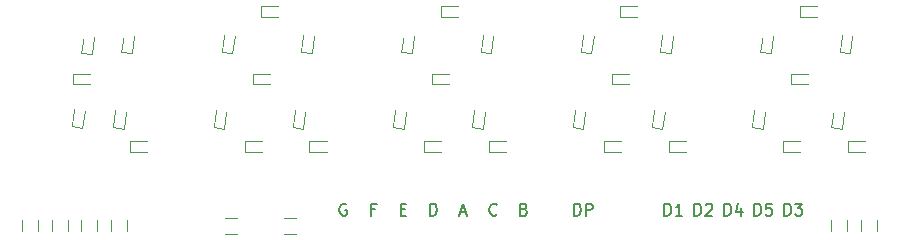
<source format=gbr>
%TF.GenerationSoftware,KiCad,Pcbnew,(5.1.7)-1*%
%TF.CreationDate,2021-08-17T00:51:46+02:00*%
%TF.ProjectId,saba_az553,73616261-5f61-47a3-9535-332e6b696361,rev?*%
%TF.SameCoordinates,Original*%
%TF.FileFunction,Legend,Top*%
%TF.FilePolarity,Positive*%
%FSLAX46Y46*%
G04 Gerber Fmt 4.6, Leading zero omitted, Abs format (unit mm)*
G04 Created by KiCad (PCBNEW (5.1.7)-1) date 2021-08-17 00:51:46*
%MOMM*%
%LPD*%
G01*
G04 APERTURE LIST*
%ADD10C,0.150000*%
%ADD11C,0.120000*%
%ADD12R,1.200000X0.900000*%
%ADD13R,0.900000X1.200000*%
%ADD14R,0.600000X0.700000*%
%ADD15C,0.100000*%
%ADD16C,1.900000*%
%ADD17O,1.900000X1.900000*%
G04 APERTURE END LIST*
D10*
X76701904Y-42652380D02*
X76701904Y-41652380D01*
X76940000Y-41652380D01*
X77082857Y-41700000D01*
X77178095Y-41795238D01*
X77225714Y-41890476D01*
X77273333Y-42080952D01*
X77273333Y-42223809D01*
X77225714Y-42414285D01*
X77178095Y-42509523D01*
X77082857Y-42604761D01*
X76940000Y-42652380D01*
X76701904Y-42652380D01*
X78225714Y-42652380D02*
X77654285Y-42652380D01*
X77940000Y-42652380D02*
X77940000Y-41652380D01*
X77844761Y-41795238D01*
X77749523Y-41890476D01*
X77654285Y-41938095D01*
X79241904Y-42652380D02*
X79241904Y-41652380D01*
X79480000Y-41652380D01*
X79622857Y-41700000D01*
X79718095Y-41795238D01*
X79765714Y-41890476D01*
X79813333Y-42080952D01*
X79813333Y-42223809D01*
X79765714Y-42414285D01*
X79718095Y-42509523D01*
X79622857Y-42604761D01*
X79480000Y-42652380D01*
X79241904Y-42652380D01*
X80194285Y-41747619D02*
X80241904Y-41700000D01*
X80337142Y-41652380D01*
X80575238Y-41652380D01*
X80670476Y-41700000D01*
X80718095Y-41747619D01*
X80765714Y-41842857D01*
X80765714Y-41938095D01*
X80718095Y-42080952D01*
X80146666Y-42652380D01*
X80765714Y-42652380D01*
X81781904Y-42652380D02*
X81781904Y-41652380D01*
X82020000Y-41652380D01*
X82162857Y-41700000D01*
X82258095Y-41795238D01*
X82305714Y-41890476D01*
X82353333Y-42080952D01*
X82353333Y-42223809D01*
X82305714Y-42414285D01*
X82258095Y-42509523D01*
X82162857Y-42604761D01*
X82020000Y-42652380D01*
X81781904Y-42652380D01*
X83210476Y-41985714D02*
X83210476Y-42652380D01*
X82972380Y-41604761D02*
X82734285Y-42319047D01*
X83353333Y-42319047D01*
X84321904Y-42652380D02*
X84321904Y-41652380D01*
X84560000Y-41652380D01*
X84702857Y-41700000D01*
X84798095Y-41795238D01*
X84845714Y-41890476D01*
X84893333Y-42080952D01*
X84893333Y-42223809D01*
X84845714Y-42414285D01*
X84798095Y-42509523D01*
X84702857Y-42604761D01*
X84560000Y-42652380D01*
X84321904Y-42652380D01*
X85798095Y-41652380D02*
X85321904Y-41652380D01*
X85274285Y-42128571D01*
X85321904Y-42080952D01*
X85417142Y-42033333D01*
X85655238Y-42033333D01*
X85750476Y-42080952D01*
X85798095Y-42128571D01*
X85845714Y-42223809D01*
X85845714Y-42461904D01*
X85798095Y-42557142D01*
X85750476Y-42604761D01*
X85655238Y-42652380D01*
X85417142Y-42652380D01*
X85321904Y-42604761D01*
X85274285Y-42557142D01*
X86861904Y-42652380D02*
X86861904Y-41652380D01*
X87100000Y-41652380D01*
X87242857Y-41700000D01*
X87338095Y-41795238D01*
X87385714Y-41890476D01*
X87433333Y-42080952D01*
X87433333Y-42223809D01*
X87385714Y-42414285D01*
X87338095Y-42509523D01*
X87242857Y-42604761D01*
X87100000Y-42652380D01*
X86861904Y-42652380D01*
X87766666Y-41652380D02*
X88385714Y-41652380D01*
X88052380Y-42033333D01*
X88195238Y-42033333D01*
X88290476Y-42080952D01*
X88338095Y-42128571D01*
X88385714Y-42223809D01*
X88385714Y-42461904D01*
X88338095Y-42557142D01*
X88290476Y-42604761D01*
X88195238Y-42652380D01*
X87909523Y-42652380D01*
X87814285Y-42604761D01*
X87766666Y-42557142D01*
X69058095Y-42652380D02*
X69058095Y-41652380D01*
X69296190Y-41652380D01*
X69439047Y-41700000D01*
X69534285Y-41795238D01*
X69581904Y-41890476D01*
X69629523Y-42080952D01*
X69629523Y-42223809D01*
X69581904Y-42414285D01*
X69534285Y-42509523D01*
X69439047Y-42604761D01*
X69296190Y-42652380D01*
X69058095Y-42652380D01*
X70058095Y-42652380D02*
X70058095Y-41652380D01*
X70439047Y-41652380D01*
X70534285Y-41700000D01*
X70581904Y-41747619D01*
X70629523Y-41842857D01*
X70629523Y-41985714D01*
X70581904Y-42080952D01*
X70534285Y-42128571D01*
X70439047Y-42176190D01*
X70058095Y-42176190D01*
X64811428Y-42128571D02*
X64954285Y-42176190D01*
X65001904Y-42223809D01*
X65049523Y-42319047D01*
X65049523Y-42461904D01*
X65001904Y-42557142D01*
X64954285Y-42604761D01*
X64859047Y-42652380D01*
X64478095Y-42652380D01*
X64478095Y-41652380D01*
X64811428Y-41652380D01*
X64906666Y-41700000D01*
X64954285Y-41747619D01*
X65001904Y-41842857D01*
X65001904Y-41938095D01*
X64954285Y-42033333D01*
X64906666Y-42080952D01*
X64811428Y-42128571D01*
X64478095Y-42128571D01*
X62509523Y-42557142D02*
X62461904Y-42604761D01*
X62319047Y-42652380D01*
X62223809Y-42652380D01*
X62080952Y-42604761D01*
X61985714Y-42509523D01*
X61938095Y-42414285D01*
X61890476Y-42223809D01*
X61890476Y-42080952D01*
X61938095Y-41890476D01*
X61985714Y-41795238D01*
X62080952Y-41700000D01*
X62223809Y-41652380D01*
X62319047Y-41652380D01*
X62461904Y-41700000D01*
X62509523Y-41747619D01*
X59421904Y-42366666D02*
X59898095Y-42366666D01*
X59326666Y-42652380D02*
X59660000Y-41652380D01*
X59993333Y-42652380D01*
X56858095Y-42652380D02*
X56858095Y-41652380D01*
X57096190Y-41652380D01*
X57239047Y-41700000D01*
X57334285Y-41795238D01*
X57381904Y-41890476D01*
X57429523Y-42080952D01*
X57429523Y-42223809D01*
X57381904Y-42414285D01*
X57334285Y-42509523D01*
X57239047Y-42604761D01*
X57096190Y-42652380D01*
X56858095Y-42652380D01*
X54365714Y-42128571D02*
X54699047Y-42128571D01*
X54841904Y-42652380D02*
X54365714Y-42652380D01*
X54365714Y-41652380D01*
X54841904Y-41652380D01*
X52182857Y-42128571D02*
X51849523Y-42128571D01*
X51849523Y-42652380D02*
X51849523Y-41652380D01*
X52325714Y-41652380D01*
X49761904Y-41700000D02*
X49666666Y-41652380D01*
X49523809Y-41652380D01*
X49380952Y-41700000D01*
X49285714Y-41795238D01*
X49238095Y-41890476D01*
X49190476Y-42080952D01*
X49190476Y-42223809D01*
X49238095Y-42414285D01*
X49285714Y-42509523D01*
X49380952Y-42604761D01*
X49523809Y-42652380D01*
X49619047Y-42652380D01*
X49761904Y-42604761D01*
X49809523Y-42557142D01*
X49809523Y-42223809D01*
X49619047Y-42223809D01*
D11*
%TO.C,R8*%
X39500000Y-42820000D02*
X40500000Y-42820000D01*
X40500000Y-44180000D02*
X39500000Y-44180000D01*
%TO.C,R7*%
X23680000Y-43000000D02*
X23680000Y-44000000D01*
X22320000Y-44000000D02*
X22320000Y-43000000D01*
%TO.C,R6*%
X92180000Y-43000000D02*
X92180000Y-44000000D01*
X90820000Y-44000000D02*
X90820000Y-43000000D01*
%TO.C,R5*%
X94680000Y-43000000D02*
X94680000Y-44000000D01*
X93320000Y-44000000D02*
X93320000Y-43000000D01*
%TO.C,R4*%
X44500000Y-42820000D02*
X45500000Y-42820000D01*
X45500000Y-44180000D02*
X44500000Y-44180000D01*
%TO.C,R3*%
X26180000Y-43000000D02*
X26180000Y-44000000D01*
X24820000Y-44000000D02*
X24820000Y-43000000D01*
%TO.C,R2*%
X28680000Y-43000000D02*
X28680000Y-44000000D01*
X27320000Y-44000000D02*
X27320000Y-43000000D01*
%TO.C,R1*%
X31180000Y-43000000D02*
X31180000Y-44000000D01*
X29820000Y-44000000D02*
X29820000Y-43000000D01*
%TO.C,D38*%
X26650000Y-30650000D02*
X26650000Y-31550000D01*
X26650000Y-31550000D02*
X28100000Y-31550000D01*
X26650000Y-30650000D02*
X28100000Y-30650000D01*
%TO.C,D37*%
X31450000Y-36350000D02*
X31450000Y-37250000D01*
X31450000Y-37250000D02*
X32900000Y-37250000D01*
X31450000Y-36350000D02*
X32900000Y-36350000D01*
%TO.C,D36*%
X26529850Y-35083136D02*
X27422150Y-35200609D01*
X27422150Y-35200609D02*
X27611413Y-33763014D01*
X26529850Y-35083136D02*
X26719113Y-33645541D01*
%TO.C,D35*%
X27329850Y-28883136D02*
X28222150Y-29000609D01*
X28222150Y-29000609D02*
X28411413Y-27563014D01*
X27329850Y-28883136D02*
X27519113Y-27445541D01*
%TO.C,D34*%
X30029850Y-35183136D02*
X30922150Y-35300609D01*
X30922150Y-35300609D02*
X31111413Y-33863014D01*
X30029850Y-35183136D02*
X30219113Y-33745541D01*
%TO.C,D33*%
X46650000Y-36350000D02*
X46650000Y-37250000D01*
X46650000Y-37250000D02*
X48100000Y-37250000D01*
X46650000Y-36350000D02*
X48100000Y-36350000D01*
%TO.C,D32*%
X41150000Y-36350000D02*
X41150000Y-37250000D01*
X41150000Y-37250000D02*
X42600000Y-37250000D01*
X41150000Y-36350000D02*
X42600000Y-36350000D01*
%TO.C,D31*%
X38529850Y-35183136D02*
X39422150Y-35300609D01*
X39422150Y-35300609D02*
X39611413Y-33863014D01*
X38529850Y-35183136D02*
X38719113Y-33745541D01*
%TO.C,D30*%
X45229850Y-35183136D02*
X46122150Y-35300609D01*
X46122150Y-35300609D02*
X46311413Y-33863014D01*
X45229850Y-35183136D02*
X45419113Y-33745541D01*
%TO.C,D29*%
X39229850Y-28783136D02*
X40122150Y-28900609D01*
X40122150Y-28900609D02*
X40311413Y-27463014D01*
X39229850Y-28783136D02*
X39419113Y-27345541D01*
%TO.C,D28*%
X41850000Y-30650000D02*
X41850000Y-31550000D01*
X41850000Y-31550000D02*
X43300000Y-31550000D01*
X41850000Y-30650000D02*
X43300000Y-30650000D01*
%TO.C,D27*%
X45929850Y-28783136D02*
X46822150Y-28900609D01*
X46822150Y-28900609D02*
X47011413Y-27463014D01*
X45929850Y-28783136D02*
X46119113Y-27345541D01*
%TO.C,D26*%
X61850000Y-36350000D02*
X61850000Y-37250000D01*
X61850000Y-37250000D02*
X63300000Y-37250000D01*
X61850000Y-36350000D02*
X63300000Y-36350000D01*
%TO.C,D25*%
X56350000Y-36350000D02*
X56350000Y-37250000D01*
X56350000Y-37250000D02*
X57800000Y-37250000D01*
X56350000Y-36350000D02*
X57800000Y-36350000D01*
%TO.C,D24*%
X53729850Y-35183136D02*
X54622150Y-35300609D01*
X54622150Y-35300609D02*
X54811413Y-33863014D01*
X53729850Y-35183136D02*
X53919113Y-33745541D01*
%TO.C,D23*%
X60429850Y-35183136D02*
X61322150Y-35300609D01*
X61322150Y-35300609D02*
X61511413Y-33863014D01*
X60429850Y-35183136D02*
X60619113Y-33745541D01*
%TO.C,D22*%
X57050000Y-30650000D02*
X57050000Y-31550000D01*
X57050000Y-31550000D02*
X58500000Y-31550000D01*
X57050000Y-30650000D02*
X58500000Y-30650000D01*
%TO.C,D21*%
X54429850Y-28783136D02*
X55322150Y-28900609D01*
X55322150Y-28900609D02*
X55511413Y-27463014D01*
X54429850Y-28783136D02*
X54619113Y-27345541D01*
%TO.C,D20*%
X42550000Y-24950000D02*
X42550000Y-25850000D01*
X42550000Y-25850000D02*
X44000000Y-25850000D01*
X42550000Y-24950000D02*
X44000000Y-24950000D01*
%TO.C,D19*%
X57750000Y-24950000D02*
X57750000Y-25850000D01*
X57750000Y-25850000D02*
X59200000Y-25850000D01*
X57750000Y-24950000D02*
X59200000Y-24950000D01*
%TO.C,D18*%
X61129850Y-28783136D02*
X62022150Y-28900609D01*
X62022150Y-28900609D02*
X62211413Y-27463014D01*
X61129850Y-28783136D02*
X61319113Y-27345541D01*
%TO.C,D17*%
X30729850Y-28783136D02*
X31622150Y-28900609D01*
X31622150Y-28900609D02*
X31811413Y-27463014D01*
X30729850Y-28783136D02*
X30919113Y-27345541D01*
%TO.C,D16*%
X77050000Y-36350000D02*
X77050000Y-37250000D01*
X77050000Y-37250000D02*
X78500000Y-37250000D01*
X77050000Y-36350000D02*
X78500000Y-36350000D01*
%TO.C,D15*%
X71550000Y-36350000D02*
X71550000Y-37250000D01*
X71550000Y-37250000D02*
X73000000Y-37250000D01*
X71550000Y-36350000D02*
X73000000Y-36350000D01*
%TO.C,D14*%
X75629850Y-35183136D02*
X76522150Y-35300609D01*
X76522150Y-35300609D02*
X76711413Y-33863014D01*
X75629850Y-35183136D02*
X75819113Y-33745541D01*
%TO.C,D13*%
X68929850Y-35183136D02*
X69822150Y-35300609D01*
X69822150Y-35300609D02*
X70011413Y-33863014D01*
X68929850Y-35183136D02*
X69119113Y-33745541D01*
%TO.C,D12*%
X72250000Y-30650000D02*
X72250000Y-31550000D01*
X72250000Y-31550000D02*
X73700000Y-31550000D01*
X72250000Y-30650000D02*
X73700000Y-30650000D01*
%TO.C,D11*%
X76329850Y-28783136D02*
X77222150Y-28900609D01*
X77222150Y-28900609D02*
X77411413Y-27463014D01*
X76329850Y-28783136D02*
X76519113Y-27345541D01*
%TO.C,D10*%
X69629850Y-28783136D02*
X70522150Y-28900609D01*
X70522150Y-28900609D02*
X70711413Y-27463014D01*
X69629850Y-28783136D02*
X69819113Y-27345541D01*
%TO.C,D9*%
X72950000Y-24950000D02*
X72950000Y-25850000D01*
X72950000Y-25850000D02*
X74400000Y-25850000D01*
X72950000Y-24950000D02*
X74400000Y-24950000D01*
%TO.C,D8*%
X86750000Y-36350000D02*
X88200000Y-36350000D01*
X86750000Y-37250000D02*
X88200000Y-37250000D01*
X86750000Y-36350000D02*
X86750000Y-37250000D01*
%TO.C,D7*%
X90829850Y-35183136D02*
X91019113Y-33745541D01*
X91722150Y-35300609D02*
X91911413Y-33863014D01*
X90829850Y-35183136D02*
X91722150Y-35300609D01*
%TO.C,D6*%
X92250000Y-36350000D02*
X92250000Y-37250000D01*
X92250000Y-37250000D02*
X93700000Y-37250000D01*
X92250000Y-36350000D02*
X93700000Y-36350000D01*
%TO.C,D5*%
X91529850Y-28783136D02*
X91719113Y-27345541D01*
X92422150Y-28900609D02*
X92611413Y-27463014D01*
X91529850Y-28783136D02*
X92422150Y-28900609D01*
%TO.C,D4*%
X84129850Y-35183136D02*
X84319113Y-33745541D01*
X85022150Y-35300609D02*
X85211413Y-33863014D01*
X84129850Y-35183136D02*
X85022150Y-35300609D01*
%TO.C,D3*%
X87450000Y-30650000D02*
X88900000Y-30650000D01*
X87450000Y-31550000D02*
X88900000Y-31550000D01*
X87450000Y-30650000D02*
X87450000Y-31550000D01*
%TO.C,D2*%
X84829850Y-28783136D02*
X85019113Y-27345541D01*
X85722150Y-28900609D02*
X85911413Y-27463014D01*
X84829850Y-28783136D02*
X85722150Y-28900609D01*
%TO.C,D1*%
X88150000Y-24950000D02*
X89600000Y-24950000D01*
X88150000Y-25850000D02*
X89600000Y-25850000D01*
X88150000Y-24950000D02*
X88150000Y-25850000D01*
%TD*%
%LPC*%
D12*
%TO.C,R8*%
X38900000Y-43500000D03*
X41100000Y-43500000D03*
%TD*%
D13*
%TO.C,R7*%
X23000000Y-42400000D03*
X23000000Y-44600000D03*
%TD*%
%TO.C,R6*%
X91500000Y-42400000D03*
X91500000Y-44600000D03*
%TD*%
%TO.C,R5*%
X94000000Y-42400000D03*
X94000000Y-44600000D03*
%TD*%
D12*
%TO.C,R4*%
X43900000Y-43500000D03*
X46100000Y-43500000D03*
%TD*%
D13*
%TO.C,R3*%
X25500000Y-42400000D03*
X25500000Y-44600000D03*
%TD*%
%TO.C,R2*%
X28000000Y-42400000D03*
X28000000Y-44600000D03*
%TD*%
%TO.C,R1*%
X30500000Y-42400000D03*
X30500000Y-44600000D03*
%TD*%
D14*
%TO.C,D38*%
X28150000Y-31100000D03*
X27050000Y-31100000D03*
%TD*%
%TO.C,D37*%
X32950000Y-36800000D03*
X31850000Y-36800000D03*
%TD*%
D15*
%TO.C,D36*%
G36*
X26863941Y-33311587D02*
G01*
X27557953Y-33402956D01*
X27479637Y-33997823D01*
X26785625Y-33906454D01*
X26863941Y-33311587D01*
G37*
G36*
X26720363Y-34402177D02*
G01*
X27414375Y-34493546D01*
X27336059Y-35088413D01*
X26642047Y-34997044D01*
X26720363Y-34402177D01*
G37*
%TD*%
%TO.C,D35*%
G36*
X27663941Y-27111587D02*
G01*
X28357953Y-27202956D01*
X28279637Y-27797823D01*
X27585625Y-27706454D01*
X27663941Y-27111587D01*
G37*
G36*
X27520363Y-28202177D02*
G01*
X28214375Y-28293546D01*
X28136059Y-28888413D01*
X27442047Y-28797044D01*
X27520363Y-28202177D01*
G37*
%TD*%
%TO.C,D34*%
G36*
X30363941Y-33411587D02*
G01*
X31057953Y-33502956D01*
X30979637Y-34097823D01*
X30285625Y-34006454D01*
X30363941Y-33411587D01*
G37*
G36*
X30220363Y-34502177D02*
G01*
X30914375Y-34593546D01*
X30836059Y-35188413D01*
X30142047Y-35097044D01*
X30220363Y-34502177D01*
G37*
%TD*%
D14*
%TO.C,D33*%
X48150000Y-36800000D03*
X47050000Y-36800000D03*
%TD*%
%TO.C,D32*%
X42650000Y-36800000D03*
X41550000Y-36800000D03*
%TD*%
D15*
%TO.C,D31*%
G36*
X38863941Y-33411587D02*
G01*
X39557953Y-33502956D01*
X39479637Y-34097823D01*
X38785625Y-34006454D01*
X38863941Y-33411587D01*
G37*
G36*
X38720363Y-34502177D02*
G01*
X39414375Y-34593546D01*
X39336059Y-35188413D01*
X38642047Y-35097044D01*
X38720363Y-34502177D01*
G37*
%TD*%
%TO.C,D30*%
G36*
X45563941Y-33411587D02*
G01*
X46257953Y-33502956D01*
X46179637Y-34097823D01*
X45485625Y-34006454D01*
X45563941Y-33411587D01*
G37*
G36*
X45420363Y-34502177D02*
G01*
X46114375Y-34593546D01*
X46036059Y-35188413D01*
X45342047Y-35097044D01*
X45420363Y-34502177D01*
G37*
%TD*%
%TO.C,D29*%
G36*
X39563941Y-27011587D02*
G01*
X40257953Y-27102956D01*
X40179637Y-27697823D01*
X39485625Y-27606454D01*
X39563941Y-27011587D01*
G37*
G36*
X39420363Y-28102177D02*
G01*
X40114375Y-28193546D01*
X40036059Y-28788413D01*
X39342047Y-28697044D01*
X39420363Y-28102177D01*
G37*
%TD*%
D14*
%TO.C,D28*%
X43350000Y-31100000D03*
X42250000Y-31100000D03*
%TD*%
D15*
%TO.C,D27*%
G36*
X46263941Y-27011587D02*
G01*
X46957953Y-27102956D01*
X46879637Y-27697823D01*
X46185625Y-27606454D01*
X46263941Y-27011587D01*
G37*
G36*
X46120363Y-28102177D02*
G01*
X46814375Y-28193546D01*
X46736059Y-28788413D01*
X46042047Y-28697044D01*
X46120363Y-28102177D01*
G37*
%TD*%
D14*
%TO.C,D26*%
X63350000Y-36800000D03*
X62250000Y-36800000D03*
%TD*%
%TO.C,D25*%
X57850000Y-36800000D03*
X56750000Y-36800000D03*
%TD*%
D15*
%TO.C,D24*%
G36*
X54063941Y-33411587D02*
G01*
X54757953Y-33502956D01*
X54679637Y-34097823D01*
X53985625Y-34006454D01*
X54063941Y-33411587D01*
G37*
G36*
X53920363Y-34502177D02*
G01*
X54614375Y-34593546D01*
X54536059Y-35188413D01*
X53842047Y-35097044D01*
X53920363Y-34502177D01*
G37*
%TD*%
%TO.C,D23*%
G36*
X60763941Y-33411587D02*
G01*
X61457953Y-33502956D01*
X61379637Y-34097823D01*
X60685625Y-34006454D01*
X60763941Y-33411587D01*
G37*
G36*
X60620363Y-34502177D02*
G01*
X61314375Y-34593546D01*
X61236059Y-35188413D01*
X60542047Y-35097044D01*
X60620363Y-34502177D01*
G37*
%TD*%
D14*
%TO.C,D22*%
X58550000Y-31100000D03*
X57450000Y-31100000D03*
%TD*%
D15*
%TO.C,D21*%
G36*
X54763941Y-27011587D02*
G01*
X55457953Y-27102956D01*
X55379637Y-27697823D01*
X54685625Y-27606454D01*
X54763941Y-27011587D01*
G37*
G36*
X54620363Y-28102177D02*
G01*
X55314375Y-28193546D01*
X55236059Y-28788413D01*
X54542047Y-28697044D01*
X54620363Y-28102177D01*
G37*
%TD*%
D14*
%TO.C,D20*%
X44050000Y-25400000D03*
X42950000Y-25400000D03*
%TD*%
%TO.C,D19*%
X59250000Y-25400000D03*
X58150000Y-25400000D03*
%TD*%
D15*
%TO.C,D18*%
G36*
X61463941Y-27011587D02*
G01*
X62157953Y-27102956D01*
X62079637Y-27697823D01*
X61385625Y-27606454D01*
X61463941Y-27011587D01*
G37*
G36*
X61320363Y-28102177D02*
G01*
X62014375Y-28193546D01*
X61936059Y-28788413D01*
X61242047Y-28697044D01*
X61320363Y-28102177D01*
G37*
%TD*%
%TO.C,D17*%
G36*
X31063941Y-27011587D02*
G01*
X31757953Y-27102956D01*
X31679637Y-27697823D01*
X30985625Y-27606454D01*
X31063941Y-27011587D01*
G37*
G36*
X30920363Y-28102177D02*
G01*
X31614375Y-28193546D01*
X31536059Y-28788413D01*
X30842047Y-28697044D01*
X30920363Y-28102177D01*
G37*
%TD*%
D14*
%TO.C,D16*%
X78550000Y-36800000D03*
X77450000Y-36800000D03*
%TD*%
%TO.C,D15*%
X73050000Y-36800000D03*
X71950000Y-36800000D03*
%TD*%
D15*
%TO.C,D14*%
G36*
X75963941Y-33411587D02*
G01*
X76657953Y-33502956D01*
X76579637Y-34097823D01*
X75885625Y-34006454D01*
X75963941Y-33411587D01*
G37*
G36*
X75820363Y-34502177D02*
G01*
X76514375Y-34593546D01*
X76436059Y-35188413D01*
X75742047Y-35097044D01*
X75820363Y-34502177D01*
G37*
%TD*%
%TO.C,D13*%
G36*
X69263941Y-33411587D02*
G01*
X69957953Y-33502956D01*
X69879637Y-34097823D01*
X69185625Y-34006454D01*
X69263941Y-33411587D01*
G37*
G36*
X69120363Y-34502177D02*
G01*
X69814375Y-34593546D01*
X69736059Y-35188413D01*
X69042047Y-35097044D01*
X69120363Y-34502177D01*
G37*
%TD*%
D14*
%TO.C,D12*%
X73750000Y-31100000D03*
X72650000Y-31100000D03*
%TD*%
D15*
%TO.C,D11*%
G36*
X76663941Y-27011587D02*
G01*
X77357953Y-27102956D01*
X77279637Y-27697823D01*
X76585625Y-27606454D01*
X76663941Y-27011587D01*
G37*
G36*
X76520363Y-28102177D02*
G01*
X77214375Y-28193546D01*
X77136059Y-28788413D01*
X76442047Y-28697044D01*
X76520363Y-28102177D01*
G37*
%TD*%
%TO.C,D10*%
G36*
X69963941Y-27011587D02*
G01*
X70657953Y-27102956D01*
X70579637Y-27697823D01*
X69885625Y-27606454D01*
X69963941Y-27011587D01*
G37*
G36*
X69820363Y-28102177D02*
G01*
X70514375Y-28193546D01*
X70436059Y-28788413D01*
X69742047Y-28697044D01*
X69820363Y-28102177D01*
G37*
%TD*%
D14*
%TO.C,D9*%
X74450000Y-25400000D03*
X73350000Y-25400000D03*
%TD*%
%TO.C,D8*%
X87150000Y-36800000D03*
X88250000Y-36800000D03*
%TD*%
D15*
%TO.C,D7*%
G36*
X91020363Y-34502177D02*
G01*
X91714375Y-34593546D01*
X91636059Y-35188413D01*
X90942047Y-35097044D01*
X91020363Y-34502177D01*
G37*
G36*
X91163941Y-33411587D02*
G01*
X91857953Y-33502956D01*
X91779637Y-34097823D01*
X91085625Y-34006454D01*
X91163941Y-33411587D01*
G37*
%TD*%
D14*
%TO.C,D6*%
X93750000Y-36800000D03*
X92650000Y-36800000D03*
%TD*%
D15*
%TO.C,D5*%
G36*
X91720363Y-28102177D02*
G01*
X92414375Y-28193546D01*
X92336059Y-28788413D01*
X91642047Y-28697044D01*
X91720363Y-28102177D01*
G37*
G36*
X91863941Y-27011587D02*
G01*
X92557953Y-27102956D01*
X92479637Y-27697823D01*
X91785625Y-27606454D01*
X91863941Y-27011587D01*
G37*
%TD*%
%TO.C,D4*%
G36*
X84320363Y-34502177D02*
G01*
X85014375Y-34593546D01*
X84936059Y-35188413D01*
X84242047Y-35097044D01*
X84320363Y-34502177D01*
G37*
G36*
X84463941Y-33411587D02*
G01*
X85157953Y-33502956D01*
X85079637Y-34097823D01*
X84385625Y-34006454D01*
X84463941Y-33411587D01*
G37*
%TD*%
D14*
%TO.C,D3*%
X87850000Y-31100000D03*
X88950000Y-31100000D03*
%TD*%
D15*
%TO.C,D2*%
G36*
X85020363Y-28102177D02*
G01*
X85714375Y-28193546D01*
X85636059Y-28788413D01*
X84942047Y-28697044D01*
X85020363Y-28102177D01*
G37*
G36*
X85163941Y-27011587D02*
G01*
X85857953Y-27102956D01*
X85779637Y-27697823D01*
X85085625Y-27606454D01*
X85163941Y-27011587D01*
G37*
%TD*%
D14*
%TO.C,D1*%
X88550000Y-25400000D03*
X89650000Y-25400000D03*
%TD*%
D16*
%TO.C,J1*%
X49500000Y-44500000D03*
D17*
X52040000Y-44500000D03*
X54580000Y-44500000D03*
X57120000Y-44500000D03*
X59660000Y-44500000D03*
X62200000Y-44500000D03*
X64740000Y-44500000D03*
X67280000Y-44500000D03*
X69820000Y-44500000D03*
X72360000Y-44500000D03*
X74900000Y-44500000D03*
X77440000Y-44500000D03*
X79980000Y-44500000D03*
X82520000Y-44500000D03*
X85060000Y-44500000D03*
X87600000Y-44500000D03*
%TD*%
M02*

</source>
